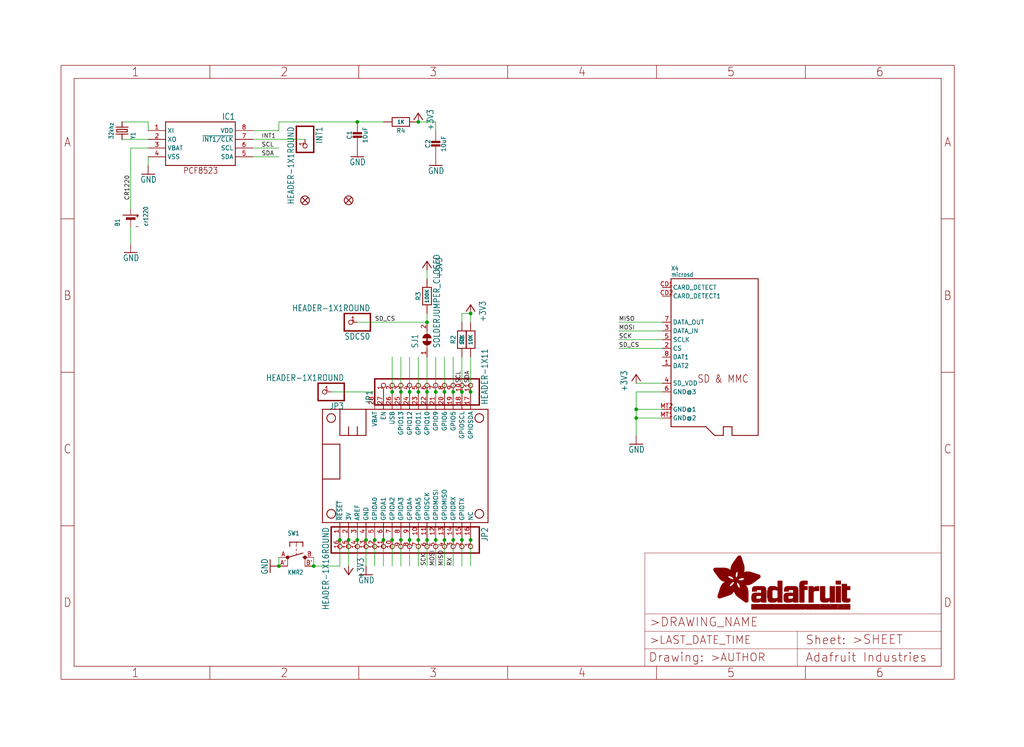
<source format=kicad_sch>
(kicad_sch (version 20211123) (generator eeschema)
  (paper "User" 298.45 217.881)
  (lib_symbols
    (symbol "eagleSchem-eagle-import:+3V3" (power)
      (property "Value" "+3V3" (at -2.54 -5.08 90))
      (symbol "+3V3_1_0"
        (pin power_in line (at 0 -2.54 90) (length 2.54) (name "+3V3") (number "1"))
      )
    )
    (symbol "eagleSchem-eagle-import:BATTERYCR1220_2"
      (property "Reference" "B" (at -2.54 3.175 0))
      (property "Value" "BATTERYCR1220_2" (at -2.54 -5.08 0))
      (symbol "BATTERYCR1220_2_1_0"
        (text "+" (at 1.27 -1.143 900) (effects (font (size 1.27 1.0795)) (justify right top)))
        (text "-" (at -1.778 -1.143 900) (effects (font (size 1.27 1.0795)) (justify right top)))
        (pin passive line (at 2.54 0 180) (length 0) (name "+") (number "+"))
        (pin passive line (at -2.54 0 0) (length 0) (name "-") (number "-"))
      )
    )
    (symbol "eagleSchem-eagle-import:CAP_CERAMIC0805-NOOUTLINE"
      (property "Reference" "C" (at -2.29 1.25 90))
      (property "Value" "CAP_CERAMIC0805-NOOUTLINE" (at 2.3 1.25 90))
      (symbol "CAP_CERAMIC0805-NOOUTLINE_1_0"
        (pin passive line (at 0 5.08 270) (length 2.54) (name "1") (number "1"))
        (pin passive line (at 0 -2.54 90) (length 2.54) (name "2") (number "2"))
      )
    )
    (symbol "eagleSchem-eagle-import:CRYSTAL8.0X3.8"
      (property "Reference" "Y" (at -2.54 2.54 0))
      (property "Value" "CRYSTAL8.0X3.8" (at -2.54 -3.81 0))
      (symbol "CRYSTAL8.0X3.8_1_0"
        (pin passive line (at -2.54 0 0) (length 0) (name "1") (number "P$1"))
        (pin passive line (at 2.54 0 180) (length 0) (name "2") (number "P$4"))
      )
    )
    (symbol "eagleSchem-eagle-import:FEATHERWING_NODIM"
      (symbol "FEATHERWING_NODIM_1_0"
        (pin input line (at 5.08 -5.08 90) (length 5.08) (name "~{RESET}") (number "1"))
        (pin bidirectional line (at 27.94 -5.08 90) (length 5.08) (name "GPIOA5") (number "10"))
        (pin bidirectional line (at 30.48 -5.08 90) (length 5.08) (name "GPIOSCK") (number "11"))
        (pin bidirectional line (at 33.02 -5.08 90) (length 5.08) (name "GPIOMOSI") (number "12"))
        (pin bidirectional line (at 35.56 -5.08 90) (length 5.08) (name "GPIOMISO") (number "13"))
        (pin bidirectional line (at 38.1 -5.08 90) (length 5.08) (name "GPIORX") (number "14"))
        (pin bidirectional line (at 40.64 -5.08 90) (length 5.08) (name "GPIOTX") (number "15"))
        (pin passive line (at 43.18 -5.08 90) (length 5.08) (name "NC") (number "16"))
        (pin bidirectional line (at 43.18 38.1 270) (length 5.08) (name "GPIOSDA") (number "17"))
        (pin bidirectional line (at 40.64 38.1 270) (length 5.08) (name "GPIOSCL") (number "18"))
        (pin bidirectional line (at 38.1 38.1 270) (length 5.08) (name "GPIO5") (number "19"))
        (pin power_in line (at 7.62 -5.08 90) (length 5.08) (name "3V") (number "2"))
        (pin bidirectional line (at 35.56 38.1 270) (length 5.08) (name "GPIO6") (number "20"))
        (pin bidirectional line (at 33.02 38.1 270) (length 5.08) (name "GPIO9") (number "21"))
        (pin bidirectional line (at 30.48 38.1 270) (length 5.08) (name "GPIO10") (number "22"))
        (pin bidirectional line (at 27.94 38.1 270) (length 5.08) (name "GPIO11") (number "23"))
        (pin bidirectional line (at 25.4 38.1 270) (length 5.08) (name "GPIO12") (number "24"))
        (pin bidirectional line (at 22.86 38.1 270) (length 5.08) (name "GPIO13") (number "25"))
        (pin power_in line (at 20.32 38.1 270) (length 5.08) (name "USB") (number "26"))
        (pin passive line (at 17.78 38.1 270) (length 5.08) (name "EN") (number "27"))
        (pin power_in line (at 15.24 38.1 270) (length 5.08) (name "VBAT") (number "28"))
        (pin passive line (at 10.16 -5.08 90) (length 5.08) (name "AREF") (number "3"))
        (pin power_in line (at 12.7 -5.08 90) (length 5.08) (name "GND") (number "4"))
        (pin bidirectional line (at 15.24 -5.08 90) (length 5.08) (name "GPIOA0") (number "5"))
        (pin bidirectional line (at 17.78 -5.08 90) (length 5.08) (name "GPIOA1") (number "6"))
        (pin bidirectional line (at 20.32 -5.08 90) (length 5.08) (name "GPIOA2") (number "7"))
        (pin bidirectional line (at 22.86 -5.08 90) (length 5.08) (name "GPIOA3") (number "8"))
        (pin bidirectional line (at 25.4 -5.08 90) (length 5.08) (name "GPIOA4") (number "9"))
      )
    )
    (symbol "eagleSchem-eagle-import:FIDUCIAL_1MM")
    (symbol "eagleSchem-eagle-import:FRAME_A4_ADAFRUIT"
      (symbol "FRAME_A4_ADAFRUIT_1_0"
        (text "1" (at 21.6958 1.905 0) (effects (font (size 2.54 2.286))))
        (text "1" (at 21.6958 177.165 0) (effects (font (size 2.54 2.286))))
        (text "2" (at 65.0875 1.905 0) (effects (font (size 2.54 2.286))))
        (text "2" (at 65.0875 177.165 0) (effects (font (size 2.54 2.286))))
        (text "3" (at 108.4792 1.905 0) (effects (font (size 2.54 2.286))))
        (text "3" (at 108.4792 177.165 0) (effects (font (size 2.54 2.286))))
        (text "4" (at 151.8708 1.905 0) (effects (font (size 2.54 2.286))))
        (text "4" (at 151.8708 177.165 0) (effects (font (size 2.54 2.286))))
        (text "5" (at 195.2625 1.905 0) (effects (font (size 2.54 2.286))))
        (text "5" (at 195.2625 177.165 0) (effects (font (size 2.54 2.286))))
        (text "6" (at 238.6542 1.905 0) (effects (font (size 2.54 2.286))))
        (text "6" (at 238.6542 177.165 0) (effects (font (size 2.54 2.286))))
        (text ">AUTHOR" (at 189.23 5.08 0) (effects (font (size 2.286 2.286)) (justify left bottom)))
        (text ">DRAWING_NAME" (at 171.45 15.24 0) (effects (font (size 2.54 2.54)) (justify left bottom)))
        (text ">LAST_DATE_TIME" (at 171.45 10.16 0) (effects (font (size 2.286 2.286)) (justify left bottom)))
        (text ">SHEET" (at 230.505 10.16 0) (effects (font (size 2.54 2.54)) (justify left bottom)))
        (text "A" (at 1.905 156.6863 0) (effects (font (size 2.54 2.286))))
        (text "A" (at 258.445 156.6863 0) (effects (font (size 2.54 2.286))))
        (text "Adafruit Industries" (at 216.916 4.953 0) (effects (font (size 2.54 2.54)) (justify left bottom)))
        (text "B" (at 1.905 111.9188 0) (effects (font (size 2.54 2.286))))
        (text "B" (at 258.445 111.9188 0) (effects (font (size 2.54 2.286))))
        (text "C" (at 1.905 67.1513 0) (effects (font (size 2.54 2.286))))
        (text "C" (at 258.445 67.1513 0) (effects (font (size 2.54 2.286))))
        (text "D" (at 1.905 22.3838 0) (effects (font (size 2.54 2.286))))
        (text "D" (at 258.445 22.3838 0) (effects (font (size 2.54 2.286))))
        (text "Drawing:" (at 171.196 4.953 0) (effects (font (size 2.54 2.54)) (justify left bottom)))
        (text "Sheet:" (at 216.916 10.033 0) (effects (font (size 2.54 2.54)) (justify left bottom)))
      )
    )
    (symbol "eagleSchem-eagle-import:GND" (power)
      (property "Value" "GND" (at -2.54 -2.54 0))
      (symbol "GND_1_0"
        (pin power_in line (at 0 2.54 270) (length 2.54) (name "GND") (number "1"))
      )
    )
    (symbol "eagleSchem-eagle-import:HEADER-1X11"
      (property "Reference" "JP" (at -6.35 15.875 0))
      (property "Value" "HEADER-1X11" (at -6.35 -17.78 0))
      (symbol "HEADER-1X11_1_0"
        (pin passive inverted (at -2.54 12.7 0) (length 2.54) (name "1") (number "1"))
        (pin passive inverted (at -2.54 -10.16 0) (length 2.54) (name "10") (number "10"))
        (pin passive inverted (at -2.54 -12.7 0) (length 2.54) (name "11") (number "11"))
        (pin passive inverted (at -2.54 10.16 0) (length 2.54) (name "2") (number "2"))
        (pin passive inverted (at -2.54 7.62 0) (length 2.54) (name "3") (number "3"))
        (pin passive inverted (at -2.54 5.08 0) (length 2.54) (name "4") (number "4"))
        (pin passive inverted (at -2.54 2.54 0) (length 2.54) (name "5") (number "5"))
        (pin passive inverted (at -2.54 0 0) (length 2.54) (name "6") (number "6"))
        (pin passive inverted (at -2.54 -2.54 0) (length 2.54) (name "7") (number "7"))
        (pin passive inverted (at -2.54 -5.08 0) (length 2.54) (name "8") (number "8"))
        (pin passive inverted (at -2.54 -7.62 0) (length 2.54) (name "9") (number "9"))
      )
    )
    (symbol "eagleSchem-eagle-import:HEADER-1X16ROUND"
      (property "Reference" "JP" (at -6.35 20.955 0))
      (property "Value" "HEADER-1X16ROUND" (at -6.35 -25.4 0))
      (symbol "HEADER-1X16ROUND_1_0"
        (pin passive inverted (at -2.54 17.78 0) (length 2.54) (name "1") (number "1"))
        (pin passive inverted (at -2.54 -5.08 0) (length 2.54) (name "10") (number "10"))
        (pin passive inverted (at -2.54 -7.62 0) (length 2.54) (name "11") (number "11"))
        (pin passive inverted (at -2.54 -10.16 0) (length 2.54) (name "12") (number "12"))
        (pin passive inverted (at -2.54 -12.7 0) (length 2.54) (name "13") (number "13"))
        (pin passive inverted (at -2.54 -15.24 0) (length 2.54) (name "14") (number "14"))
        (pin passive inverted (at -2.54 -17.78 0) (length 2.54) (name "15") (number "15"))
        (pin passive inverted (at -2.54 -20.32 0) (length 2.54) (name "16") (number "16"))
        (pin passive inverted (at -2.54 15.24 0) (length 2.54) (name "2") (number "2"))
        (pin passive inverted (at -2.54 12.7 0) (length 2.54) (name "3") (number "3"))
        (pin passive inverted (at -2.54 10.16 0) (length 2.54) (name "4") (number "4"))
        (pin passive inverted (at -2.54 7.62 0) (length 2.54) (name "5") (number "5"))
        (pin passive inverted (at -2.54 5.08 0) (length 2.54) (name "6") (number "6"))
        (pin passive inverted (at -2.54 2.54 0) (length 2.54) (name "7") (number "7"))
        (pin passive inverted (at -2.54 0 0) (length 2.54) (name "8") (number "8"))
        (pin passive inverted (at -2.54 -2.54 0) (length 2.54) (name "9") (number "9"))
      )
    )
    (symbol "eagleSchem-eagle-import:HEADER-1X1ROUND"
      (property "Reference" "JP" (at -6.35 3.175 0))
      (property "Value" "HEADER-1X1ROUND" (at -6.35 -5.08 0))
      (symbol "HEADER-1X1ROUND_1_0"
        (pin passive inverted (at -2.54 0 0) (length 2.54) (name "1") (number "1"))
      )
    )
    (symbol "eagleSchem-eagle-import:MICROSD"
      (property "Reference" "X" (at -12.7 22.606 0))
      (property "Value" "MICROSD" (at -12.7 20.828 0))
      (symbol "MICROSD_1_0"
        (text "SD & MMC" (at -5.08 -10.16 0) (effects (font (size 2.1844 1.8567)) (justify left bottom)))
        (pin bidirectional line (at -15.24 -5.08 0) (length 2.54) (name "DAT2") (number "1"))
        (pin input line (at -15.24 0 0) (length 2.54) (name "CS") (number "2"))
        (pin input line (at -15.24 5.08 0) (length 2.54) (name "DATA_IN") (number "3"))
        (pin power_in line (at -15.24 -10.16 0) (length 2.54) (name "SD_VDD") (number "4"))
        (pin input line (at -15.24 2.54 0) (length 2.54) (name "SCLK") (number "5"))
        (pin power_in line (at -15.24 -12.7 0) (length 2.54) (name "GND@3") (number "6"))
        (pin output line (at -15.24 7.62 0) (length 2.54) (name "DATA_OUT") (number "7"))
        (pin bidirectional line (at -15.24 -2.54 0) (length 2.54) (name "DAT1") (number "8"))
        (pin passive line (at -15.24 17.78 0) (length 2.54) (name "CARD_DETECT") (number "CD1"))
        (pin passive line (at -15.24 15.24 0) (length 2.54) (name "CARD_DETECT1") (number "CD2"))
        (pin power_in line (at -15.24 -20.32 0) (length 2.54) (name "GND@2") (number "MT1"))
        (pin power_in line (at -15.24 -17.78 0) (length 2.54) (name "GND@1") (number "MT2"))
      )
    )
    (symbol "eagleSchem-eagle-import:RESISTOR_0603_NOOUT"
      (property "Reference" "R" (at 0 2.54 0))
      (property "Value" "RESISTOR_0603_NOOUT" (at 0 0 0))
      (symbol "RESISTOR_0603_NOOUT_1_0"
        (pin passive line (at -5.08 0 0) (length 2.54) (name "1") (number "1"))
        (pin passive line (at 5.08 0 180) (length 2.54) (name "2") (number "2"))
      )
    )
    (symbol "eagleSchem-eagle-import:RTC_PCF8523T"
      (property "Reference" "IC" (at 10.16 7.62 0))
      (symbol "RTC_PCF8523T_1_0"
        (text "PCF8523" (at -5.08 -10.16 0) (effects (font (size 1.778 1.5113)) (justify left bottom)))
        (pin input line (at -15.24 2.54 0) (length 5.08) (name "XI") (number "1"))
        (pin output line (at -15.24 0 0) (length 5.08) (name "XO") (number "2"))
        (pin power_in line (at -15.24 -2.54 0) (length 5.08) (name "VBAT") (number "3"))
        (pin power_in line (at -15.24 -5.08 0) (length 5.08) (name "VSS") (number "4"))
        (pin bidirectional line (at 15.24 -5.08 180) (length 5.08) (name "SDA") (number "5"))
        (pin bidirectional line (at 15.24 -2.54 180) (length 5.08) (name "SCL") (number "6"))
        (pin output line (at 15.24 0 180) (length 5.08) (name "~{INT1/CLK}") (number "7"))
        (pin power_in line (at 15.24 2.54 180) (length 5.08) (name "VDD") (number "8"))
      )
    )
    (symbol "eagleSchem-eagle-import:SOLDERJUMPER_CLOSED"
      (property "Reference" "SJ" (at -2.54 2.54 0))
      (property "Value" "SOLDERJUMPER_CLOSED" (at -2.54 -3.81 0))
      (symbol "SOLDERJUMPER_CLOSED_1_0"
        (pin passive line (at -5.08 0 0) (length 2.54) (name "1") (number "1"))
        (pin passive line (at 5.08 0 180) (length 2.54) (name "2") (number "2"))
      )
    )
    (symbol "eagleSchem-eagle-import:SWITCH_TACT_SMT4.6X2.8"
      (property "Reference" "SW" (at -2.54 6.35 0))
      (property "Value" "SWITCH_TACT_SMT4.6X2.8" (at -2.54 -5.08 0))
      (symbol "SWITCH_TACT_SMT4.6X2.8_1_0"
        (pin passive line (at -5.08 0 0) (length 2.54) (name "P") (number "A"))
        (pin passive line (at -5.08 -2.54 0) (length 2.54) (name "P1") (number "A'"))
        (pin passive line (at 5.08 0 180) (length 2.54) (name "S") (number "B"))
        (pin passive line (at 5.08 -2.54 180) (length 2.54) (name "S1") (number "B'"))
      )
    )
  )
  (junction (at 185.42 121.92))
  (junction (at 129.54 157.48))
  (junction (at 132.08 114.3))
  (junction (at 127 157.48))
  (junction (at 124.46 114.3))
  (junction (at 137.16 91.44))
  (junction (at 124.46 93.98))
  (junction (at 116.84 114.3))
  (junction (at 137.16 114.3))
  (junction (at 109.22 157.48))
  (junction (at 111.76 157.48))
  (junction (at 137.16 157.48))
  (junction (at 101.6 157.48))
  (junction (at 106.68 157.48))
  (junction (at 134.62 114.3))
  (junction (at 114.3 157.48))
  (junction (at 124.46 157.48))
  (junction (at 81.28 165.1))
  (junction (at 121.92 35.56))
  (junction (at 91.44 165.1))
  (junction (at 134.62 157.48))
  (junction (at 127 114.3))
  (junction (at 129.54 114.3))
  (junction (at 185.42 119.38))
  (junction (at 119.38 114.3))
  (junction (at 121.92 157.48))
  (junction (at 116.84 157.48))
  (junction (at 104.14 35.56))
  (junction (at 99.06 157.48))
  (junction (at 104.14 157.48))
  (junction (at 121.92 114.3))
  (junction (at 114.3 114.3))
  (junction (at 132.08 157.48))
  (junction (at 119.38 157.48))
  (wire (pts (xy 114.3 104.14) (xy 114.3 114.3)))
  (wire (pts (xy 121.92 104.14) (xy 121.92 114.3)))
  (wire (pts (xy 185.42 119.38) (xy 185.42 121.92)))
  (wire (pts (xy 116.84 165.1) (xy 116.84 157.48)))
  (wire (pts (xy 91.44 165.1) (xy 99.06 165.1)))
  (wire (pts (xy 127 104.14) (xy 127 114.3)))
  (wire (pts (xy 180.34 96.52) (xy 193.04 96.52)))
  (wire (pts (xy 193.04 114.3) (xy 185.42 114.3)))
  (wire (pts (xy 81.28 38.1) (xy 81.28 35.56)))
  (wire (pts (xy 185.42 121.92) (xy 185.42 127)))
  (wire (pts (xy 185.42 114.3) (xy 185.42 119.38)))
  (wire (pts (xy 116.84 104.14) (xy 116.84 114.3)))
  (wire (pts (xy 101.6 165.1) (xy 101.6 157.48)))
  (wire (pts (xy 73.66 40.64) (xy 88.9 40.64)))
  (wire (pts (xy 104.14 165.1) (xy 104.14 157.48)))
  (wire (pts (xy 124.46 91.44) (xy 124.46 93.98)))
  (wire (pts (xy 137.16 91.44) (xy 137.16 93.98)))
  (wire (pts (xy 127 165.1) (xy 127 157.48)))
  (wire (pts (xy 96.52 114.3) (xy 109.22 114.3)))
  (wire (pts (xy 185.42 111.76) (xy 193.04 111.76)))
  (wire (pts (xy 73.66 43.18) (xy 81.28 43.18)))
  (wire (pts (xy 127 35.56) (xy 127 38.1)))
  (wire (pts (xy 180.34 101.6) (xy 193.04 101.6)))
  (wire (pts (xy 109.22 165.1) (xy 109.22 157.48)))
  (wire (pts (xy 35.56 35.56) (xy 43.18 35.56)))
  (wire (pts (xy 137.16 165.1) (xy 137.16 157.48)))
  (wire (pts (xy 99.06 165.1) (xy 99.06 157.48)))
  (wire (pts (xy 129.54 104.14) (xy 129.54 114.3)))
  (wire (pts (xy 43.18 40.64) (xy 35.56 40.64)))
  (wire (pts (xy 134.62 91.44) (xy 134.62 93.98)))
  (wire (pts (xy 111.76 35.56) (xy 104.14 35.56)))
  (wire (pts (xy 43.18 35.56) (xy 43.18 38.1)))
  (wire (pts (xy 124.46 78.74) (xy 124.46 81.28)))
  (wire (pts (xy 134.62 165.1) (xy 134.62 157.48)))
  (wire (pts (xy 81.28 38.1) (xy 73.66 38.1)))
  (wire (pts (xy 119.38 104.14) (xy 119.38 114.3)))
  (wire (pts (xy 38.1 43.18) (xy 38.1 60.96)))
  (wire (pts (xy 132.08 104.14) (xy 132.08 114.3)))
  (wire (pts (xy 43.18 48.26) (xy 43.18 45.72)))
  (wire (pts (xy 193.04 119.38) (xy 185.42 119.38)))
  (wire (pts (xy 81.28 162.56) (xy 81.28 165.1)))
  (wire (pts (xy 114.3 165.1) (xy 114.3 157.48)))
  (wire (pts (xy 193.04 93.98) (xy 180.34 93.98)))
  (wire (pts (xy 193.04 121.92) (xy 185.42 121.92)))
  (wire (pts (xy 129.54 165.1) (xy 129.54 157.48)))
  (wire (pts (xy 43.18 43.18) (xy 38.1 43.18)))
  (wire (pts (xy 111.76 165.1) (xy 111.76 157.48)))
  (wire (pts (xy 137.16 104.14) (xy 137.16 114.3)))
  (wire (pts (xy 91.44 162.56) (xy 91.44 165.1)))
  (wire (pts (xy 104.14 93.98) (xy 124.46 93.98)))
  (wire (pts (xy 119.38 165.1) (xy 119.38 157.48)))
  (wire (pts (xy 121.92 35.56) (xy 127 35.56)))
  (wire (pts (xy 121.92 165.1) (xy 121.92 157.48)))
  (wire (pts (xy 134.62 104.14) (xy 134.62 114.3)))
  (wire (pts (xy 81.28 35.56) (xy 104.14 35.56)))
  (wire (pts (xy 137.16 91.44) (xy 134.62 91.44)))
  (wire (pts (xy 38.1 71.12) (xy 38.1 66.04)))
  (wire (pts (xy 124.46 165.1) (xy 124.46 157.48)))
  (wire (pts (xy 106.68 165.1) (xy 106.68 157.48)))
  (wire (pts (xy 132.08 165.1) (xy 132.08 157.48)))
  (wire (pts (xy 193.04 99.06) (xy 180.34 99.06)))
  (wire (pts (xy 81.28 45.72) (xy 73.66 45.72)))
  (wire (pts (xy 124.46 104.14) (xy 124.46 114.3)))
  (label "SCK" (at 180.34 99.06 0) (effects (font (size 1.2446 1.2446))))
  (label "SCL" (at 134.62 111.76 90) (effects (font (size 1.2446 1.2446))))
  (label "MISO" (at 129.54 165.1 90) (effects (font (size 1.2446 1.2446))))
  (label "RX" (at 132.08 165.1 90) (effects (font (size 1.2446 1.2446))))
  (label "SDA" (at 137.16 111.76 90) (effects (font (size 1.2446 1.2446))))
  (label "SD_CS" (at 180.34 101.6 0) (effects (font (size 1.2446 1.2446))))
  (label "INT1" (at 76.2 40.64 0) (effects (font (size 1.2446 1.2446))))
  (label "SCL" (at 76.2 43.18 0) (effects (font (size 1.2446 1.2446))))
  (label "SD_CS" (at 109.22 93.98 0) (effects (font (size 1.2446 1.2446))))
  (label "MISO" (at 180.34 93.98 0) (effects (font (size 1.2446 1.2446))))
  (label "SDA" (at 76.2 45.72 0) (effects (font (size 1.2446 1.2446))))
  (label "MOSI" (at 180.34 96.52 0) (effects (font (size 1.2446 1.2446))))
  (label "CR1220" (at 38.1 58.42 90) (effects (font (size 1.2446 1.2446))))
  (label "SCK" (at 124.46 165.1 90) (effects (font (size 1.2446 1.2446))))
  (label "MOSI" (at 127 165.1 90) (effects (font (size 1.2446 1.2446))))
  (symbol (lib_id "eagleSchem-eagle-import:+3V3") (at 101.6 167.64 180) (unit 1)
    (property "Reference" "#+3V1" (effects hide))
    (property "Value" "+3V3" (at 104.14 162.56 90) (effects (font (size 1.778 1.5113)) (justify left bottom)))
    (property "Footprint" "eagleSchem:" (effects hide))
  )
  (symbol (lib_id "eagleSchem-eagle-import:RESISTOR_0603_NOOUT") (at 137.16 99.06 90) (unit 1)
    (property "Reference" "R1" (at 134.62 99.06 0))
    (property "Value" "10K" (at 137.16 99.06 0) (effects (font (size 1.016 1.016) bold)))
    (property "Footprint" "eagleSchem:0603-NO" (effects hide))
  )
  (symbol (lib_id "eagleSchem-eagle-import:FRAME_A4_ADAFRUIT") (at 17.78 198.12 0) (unit 1)
    (property "Reference" "#U$1" (effects hide))
    (property "Value" "FRAME_A4_ADAFRUIT" (effects hide))
    (property "Footprint" "eagleSchem:" (effects hide))
  )
  (symbol (lib_id "eagleSchem-eagle-import:GND") (at 104.14 45.72 0) (mirror y) (unit 1)
    (property "Reference" "#GND5" (effects hide))
    (property "Value" "GND" (at 106.68 48.26 0) (effects (font (size 1.778 1.5113)) (justify left bottom)))
    (property "Footprint" "eagleSchem:" (effects hide))
  )
  (symbol (lib_id "eagleSchem-eagle-import:GND") (at 38.1 73.66 0) (mirror y) (unit 1)
    (property "Reference" "#GND4" (effects hide))
    (property "Value" "GND" (at 40.64 76.2 0) (effects (font (size 1.778 1.5113)) (justify left bottom)))
    (property "Footprint" "eagleSchem:" (effects hide))
  )
  (symbol (lib_id "eagleSchem-eagle-import:CAP_CERAMIC0805-NOOUTLINE") (at 127 43.18 0) (unit 1)
    (property "Reference" "C2" (at 124.71 41.93 90))
    (property "Value" "10uF" (at 129.3 41.93 90))
    (property "Footprint" "eagleSchem:0805-NO" (effects hide))
  )
  (symbol (lib_id "eagleSchem-eagle-import:HEADER-1X1ROUND") (at 88.9 43.18 270) (unit 1)
    (property "Reference" "INT1" (at 92.075 36.83 0) (effects (font (size 1.778 1.5113)) (justify left bottom)))
    (property "Value" "HEADER-1X1ROUND" (at 83.82 36.83 0) (effects (font (size 1.778 1.5113)) (justify left bottom)))
    (property "Footprint" "eagleSchem:1X01_ROUND" (effects hide))
  )
  (symbol (lib_id "eagleSchem-eagle-import:+3V3") (at 121.92 33.02 0) (mirror y) (unit 1)
    (property "Reference" "#+3V2" (effects hide))
    (property "Value" "+3V3" (at 124.46 38.1 90) (effects (font (size 1.778 1.5113)) (justify left bottom)))
    (property "Footprint" "eagleSchem:" (effects hide))
  )
  (symbol (lib_id "eagleSchem-eagle-import:HEADER-1X16ROUND") (at 119.38 160.02 270) (unit 1)
    (property "Reference" "JP2" (at 140.335 153.67 0) (effects (font (size 1.778 1.5113)) (justify left bottom)))
    (property "Value" "HEADER-1X16ROUND" (at 93.98 153.67 0) (effects (font (size 1.778 1.5113)) (justify left bottom)))
    (property "Footprint" "eagleSchem:1X16_ROUND" (effects hide))
  )
  (symbol (lib_id "eagleSchem-eagle-import:FEATHERWING_NODIM") (at 93.98 152.4 0) (unit 1)
    (property "Reference" "MS1" (effects hide))
    (property "Value" "FEATHERWING_NODIM" (effects hide))
    (property "Footprint" "eagleSchem:FEATHERWING_NODIM" (effects hide))
  )
  (symbol (lib_id "eagleSchem-eagle-import:GND") (at 43.18 50.8 0) (mirror y) (unit 1)
    (property "Reference" "#GND3" (effects hide))
    (property "Value" "GND" (at 45.72 53.34 0) (effects (font (size 1.778 1.5113)) (justify left bottom)))
    (property "Footprint" "eagleSchem:" (effects hide))
  )
  (symbol (lib_id "eagleSchem-eagle-import:CRYSTAL8.0X3.8") (at 35.56 38.1 270) (mirror x) (unit 1)
    (property "Reference" "Y1" (at 38.1 40.64 0) (effects (font (size 1.27 1.0795)) (justify left bottom)))
    (property "Value" "32khz" (at 31.75 40.64 0) (effects (font (size 1.27 1.0795)) (justify left bottom)))
    (property "Footprint" "eagleSchem:CRYSTAL_8X3.8" (effects hide))
  )
  (symbol (lib_id "eagleSchem-eagle-import:RESISTOR_0603_NOOUT") (at 124.46 86.36 90) (unit 1)
    (property "Reference" "R3" (at 121.92 86.36 0))
    (property "Value" "100K" (at 124.46 86.36 0) (effects (font (size 1.016 1.016) bold)))
    (property "Footprint" "eagleSchem:0603-NO" (effects hide))
  )
  (symbol (lib_id "eagleSchem-eagle-import:CAP_CERAMIC0805-NOOUTLINE") (at 104.14 40.64 0) (unit 1)
    (property "Reference" "C1" (at 101.85 39.39 90))
    (property "Value" "10uF" (at 106.44 39.39 90))
    (property "Footprint" "eagleSchem:0805-NO" (effects hide))
  )
  (symbol (lib_id "eagleSchem-eagle-import:FIDUCIAL_1MM") (at 101.6 58.42 0) (unit 1)
    (property "Reference" "FID2" (effects hide))
    (property "Value" "FIDUCIAL_1MM" (effects hide))
    (property "Footprint" "eagleSchem:FIDUCIAL_1MM" (effects hide))
  )
  (symbol (lib_id "eagleSchem-eagle-import:SOLDERJUMPER_CLOSED") (at 124.46 99.06 90) (unit 1)
    (property "Reference" "SJ1" (at 121.92 101.6 0) (effects (font (size 1.778 1.5113)) (justify left bottom)))
    (property "Value" "SOLDERJUMPER_CLOSED" (at 128.27 101.6 0) (effects (font (size 1.778 1.5113)) (justify left bottom)))
    (property "Footprint" "eagleSchem:SOLDERJUMPER_CLOSEDWIRE" (effects hide))
  )
  (symbol (lib_id "eagleSchem-eagle-import:GND") (at 127 48.26 0) (mirror y) (unit 1)
    (property "Reference" "#GND6" (effects hide))
    (property "Value" "GND" (at 129.54 50.8 0) (effects (font (size 1.778 1.5113)) (justify left bottom)))
    (property "Footprint" "eagleSchem:" (effects hide))
  )
  (symbol (lib_id "eagleSchem-eagle-import:HEADER-1X11") (at 124.46 111.76 90) (unit 1)
    (property "Reference" "JP1" (at 108.585 118.11 0) (effects (font (size 1.778 1.5113)) (justify left bottom)))
    (property "Value" "HEADER-1X11" (at 142.24 118.11 0) (effects (font (size 1.778 1.5113)) (justify left bottom)))
    (property "Footprint" "eagleSchem:1X11_ROUND" (effects hide))
  )
  (symbol (lib_id "eagleSchem-eagle-import:HEADER-1X1ROUND") (at 101.6 93.98 180) (unit 1)
    (property "Reference" "SDCS0" (at 107.95 97.155 0) (effects (font (size 1.778 1.5113)) (justify left bottom)))
    (property "Value" "HEADER-1X1ROUND" (at 107.95 88.9 0) (effects (font (size 1.778 1.5113)) (justify left bottom)))
    (property "Footprint" "eagleSchem:1X01_ROUND" (effects hide))
  )
  (symbol (lib_id "eagleSchem-eagle-import:MICROSD") (at 208.28 101.6 0) (unit 1)
    (property "Reference" "X4" (at 195.58 78.994 0) (effects (font (size 1.27 1.0795)) (justify left bottom)))
    (property "Value" "microsd" (at 195.58 80.772 0) (effects (font (size 1.27 1.0795)) (justify left bottom)))
    (property "Footprint" "eagleSchem:MICROSD" (effects hide))
  )
  (symbol (lib_id "eagleSchem-eagle-import:HEADER-1X1ROUND") (at 93.98 114.3 180) (unit 1)
    (property "Reference" "JP3" (at 100.33 117.475 0) (effects (font (size 1.778 1.5113)) (justify left bottom)))
    (property "Value" "HEADER-1X1ROUND" (at 100.33 109.22 0) (effects (font (size 1.778 1.5113)) (justify left bottom)))
    (property "Footprint" "eagleSchem:1X01_ROUND" (effects hide))
  )
  (symbol (lib_id "eagleSchem-eagle-import:FIDUCIAL_1MM") (at 88.9 58.42 0) (unit 1)
    (property "Reference" "FID1" (effects hide))
    (property "Value" "FIDUCIAL_1MM" (effects hide))
    (property "Footprint" "eagleSchem:FIDUCIAL_1MM" (effects hide))
  )
  (symbol (lib_id "eagleSchem-eagle-import:RESISTOR_0603_NOOUT") (at 134.62 99.06 90) (unit 1)
    (property "Reference" "R2" (at 132.08 99.06 0))
    (property "Value" "10K" (at 134.62 99.06 0) (effects (font (size 1.016 1.016) bold)))
    (property "Footprint" "eagleSchem:0603-NO" (effects hide))
  )
  (symbol (lib_id "eagleSchem-eagle-import:SWITCH_TACT_SMT4.6X2.8") (at 86.36 162.56 0) (unit 1)
    (property "Reference" "SW1" (at 83.82 156.21 0) (effects (font (size 1.27 1.0795)) (justify left bottom)))
    (property "Value" "KMR2" (at 83.82 167.64 0) (effects (font (size 1.27 1.0795)) (justify left bottom)))
    (property "Footprint" "eagleSchem:BTN_KMR2_4.6X2.8" (effects hide))
  )
  (symbol (lib_id "eagleSchem-eagle-import:GND") (at 106.68 167.64 0) (mirror y) (unit 1)
    (property "Reference" "#GND1" (effects hide))
    (property "Value" "GND" (at 109.22 170.18 0) (effects (font (size 1.778 1.5113)) (justify left bottom)))
    (property "Footprint" "eagleSchem:" (effects hide))
  )
  (symbol (lib_id "eagleSchem-eagle-import:GND") (at 78.74 165.1 270) (mirror x) (unit 1)
    (property "Reference" "#GND2" (effects hide))
    (property "Value" "GND" (at 76.2 167.64 0) (effects (font (size 1.778 1.5113)) (justify left bottom)))
    (property "Footprint" "eagleSchem:" (effects hide))
  )
  (symbol (lib_id "eagleSchem-eagle-import:+3V3") (at 185.42 109.22 0) (unit 1)
    (property "Reference" "#+3V5" (effects hide))
    (property "Value" "+3V3" (at 182.88 114.3 90) (effects (font (size 1.778 1.5113)) (justify left bottom)))
    (property "Footprint" "eagleSchem:" (effects hide))
  )
  (symbol (lib_id "eagleSchem-eagle-import:+3V3") (at 137.16 88.9 0) (mirror y) (unit 1)
    (property "Reference" "#+3V3" (effects hide))
    (property "Value" "+3V3" (at 139.7 93.98 90) (effects (font (size 1.778 1.5113)) (justify left bottom)))
    (property "Footprint" "eagleSchem:" (effects hide))
  )
  (symbol (lib_id "eagleSchem-eagle-import:GND") (at 185.42 129.54 0) (mirror y) (unit 1)
    (property "Reference" "#GND8" (effects hide))
    (property "Value" "GND" (at 187.96 132.08 0) (effects (font (size 1.778 1.5113)) (justify left bottom)))
    (property "Footprint" "eagleSchem:" (effects hide))
  )
  (symbol (lib_id "eagleSchem-eagle-import:BATTERYCR1220_2") (at 38.1 63.5 90) (unit 1)
    (property "Reference" "B1" (at 34.925 66.04 0) (effects (font (size 1.27 1.0795)) (justify left bottom)))
    (property "Value" "cr1220" (at 43.18 66.04 0) (effects (font (size 1.27 1.0795)) (justify left bottom)))
    (property "Footprint" "eagleSchem:CR1220-2" (effects hide))
  )
  (symbol (lib_id "eagleSchem-eagle-import:+3V3") (at 124.46 76.2 0) (mirror y) (unit 1)
    (property "Reference" "#+3V4" (effects hide))
    (property "Value" "+3V3" (at 127 81.28 90) (effects (font (size 1.778 1.5113)) (justify left bottom)))
    (property "Footprint" "eagleSchem:" (effects hide))
  )
  (symbol (lib_id "eagleSchem-eagle-import:RTC_PCF8523T") (at 58.42 40.64 0) (unit 1)
    (property "Reference" "IC1" (at 68.58 33.02 0) (effects (font (size 1.778 1.5113)) (justify right top)))
    (property "Value" "PCF8523T" (effects hide))
    (property "Footprint" "eagleSchem:SOIC8_150MIL" (effects hide))
  )
  (symbol (lib_id "eagleSchem-eagle-import:RESISTOR_0603_NOOUT") (at 116.84 35.56 180) (unit 1)
    (property "Reference" "R4" (at 116.84 38.1 0))
    (property "Value" "1K" (at 116.84 35.56 0) (effects (font (size 1.016 1.016) bold)))
    (property "Footprint" "eagleSchem:0603-NO" (effects hide))
  )
)
</source>
